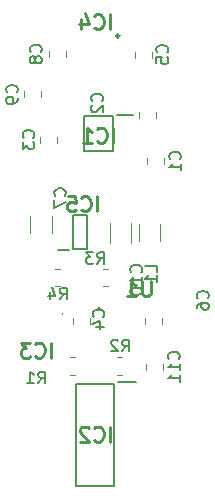
<source format=gbr>
%TF.GenerationSoftware,KiCad,Pcbnew,(6.0.2)*%
%TF.CreationDate,2022-03-28T00:54:11-04:00*%
%TF.ProjectId,Altimeter,416c7469-6d65-4746-9572-2e6b69636164,rev?*%
%TF.SameCoordinates,Original*%
%TF.FileFunction,Legend,Bot*%
%TF.FilePolarity,Positive*%
%FSLAX46Y46*%
G04 Gerber Fmt 4.6, Leading zero omitted, Abs format (unit mm)*
G04 Created by KiCad (PCBNEW (6.0.2)) date 2022-03-28 00:54:11*
%MOMM*%
%LPD*%
G01*
G04 APERTURE LIST*
%ADD10C,0.150000*%
%ADD11C,0.254000*%
%ADD12C,0.120000*%
%ADD13C,0.250000*%
%ADD14C,0.100000*%
%ADD15C,0.200000*%
G04 APERTURE END LIST*
D10*
%TO.C,C1*%
X46137142Y-42570833D02*
X46184761Y-42523214D01*
X46232380Y-42380357D01*
X46232380Y-42285119D01*
X46184761Y-42142261D01*
X46089523Y-42047023D01*
X45994285Y-41999404D01*
X45803809Y-41951785D01*
X45660952Y-41951785D01*
X45470476Y-41999404D01*
X45375238Y-42047023D01*
X45280000Y-42142261D01*
X45232380Y-42285119D01*
X45232380Y-42380357D01*
X45280000Y-42523214D01*
X45327619Y-42570833D01*
X46232380Y-43523214D02*
X46232380Y-42951785D01*
X46232380Y-43237500D02*
X45232380Y-43237500D01*
X45375238Y-43142261D01*
X45470476Y-43047023D01*
X45518095Y-42951785D01*
D11*
%TO.C,IC4*%
X40228761Y-31562523D02*
X40228761Y-30292523D01*
X38898285Y-31441571D02*
X38958761Y-31502047D01*
X39140190Y-31562523D01*
X39261142Y-31562523D01*
X39442571Y-31502047D01*
X39563523Y-31381095D01*
X39624000Y-31260142D01*
X39684476Y-31018238D01*
X39684476Y-30836809D01*
X39624000Y-30594904D01*
X39563523Y-30473952D01*
X39442571Y-30353000D01*
X39261142Y-30292523D01*
X39140190Y-30292523D01*
X38958761Y-30353000D01*
X38898285Y-30413476D01*
X37809714Y-30715857D02*
X37809714Y-31562523D01*
X38112095Y-30232047D02*
X38414476Y-31139190D01*
X37628285Y-31139190D01*
D10*
%TO.C,C4*%
X39657142Y-55933333D02*
X39704761Y-55885714D01*
X39752380Y-55742857D01*
X39752380Y-55647619D01*
X39704761Y-55504761D01*
X39609523Y-55409523D01*
X39514285Y-55361904D01*
X39323809Y-55314285D01*
X39180952Y-55314285D01*
X38990476Y-55361904D01*
X38895238Y-55409523D01*
X38800000Y-55504761D01*
X38752380Y-55647619D01*
X38752380Y-55742857D01*
X38800000Y-55885714D01*
X38847619Y-55933333D01*
X39085714Y-56790476D02*
X39752380Y-56790476D01*
X38704761Y-56552380D02*
X39419047Y-56314285D01*
X39419047Y-56933333D01*
%TO.C,C5*%
X45057142Y-33533333D02*
X45104761Y-33485714D01*
X45152380Y-33342857D01*
X45152380Y-33247619D01*
X45104761Y-33104761D01*
X45009523Y-33009523D01*
X44914285Y-32961904D01*
X44723809Y-32914285D01*
X44580952Y-32914285D01*
X44390476Y-32961904D01*
X44295238Y-33009523D01*
X44200000Y-33104761D01*
X44152380Y-33247619D01*
X44152380Y-33342857D01*
X44200000Y-33485714D01*
X44247619Y-33533333D01*
X44152380Y-34438095D02*
X44152380Y-33961904D01*
X44628571Y-33914285D01*
X44580952Y-33961904D01*
X44533333Y-34057142D01*
X44533333Y-34295238D01*
X44580952Y-34390476D01*
X44628571Y-34438095D01*
X44723809Y-34485714D01*
X44961904Y-34485714D01*
X45057142Y-34438095D01*
X45104761Y-34390476D01*
X45152380Y-34295238D01*
X45152380Y-34057142D01*
X45104761Y-33961904D01*
X45057142Y-33914285D01*
D11*
%TO.C,IC3*%
X35239761Y-59374523D02*
X35239761Y-58104523D01*
X33909285Y-59253571D02*
X33969761Y-59314047D01*
X34151190Y-59374523D01*
X34272142Y-59374523D01*
X34453571Y-59314047D01*
X34574523Y-59193095D01*
X34635000Y-59072142D01*
X34695476Y-58830238D01*
X34695476Y-58648809D01*
X34635000Y-58406904D01*
X34574523Y-58285952D01*
X34453571Y-58165000D01*
X34272142Y-58104523D01*
X34151190Y-58104523D01*
X33969761Y-58165000D01*
X33909285Y-58225476D01*
X33485952Y-58104523D02*
X32699761Y-58104523D01*
X33123095Y-58588333D01*
X32941666Y-58588333D01*
X32820714Y-58648809D01*
X32760238Y-58709285D01*
X32699761Y-58830238D01*
X32699761Y-59132619D01*
X32760238Y-59253571D01*
X32820714Y-59314047D01*
X32941666Y-59374523D01*
X33304523Y-59374523D01*
X33425476Y-59314047D01*
X33485952Y-59253571D01*
%TO.C,IC1*%
X40482761Y-41174523D02*
X40482761Y-39904523D01*
X39152285Y-41053571D02*
X39212761Y-41114047D01*
X39394190Y-41174523D01*
X39515142Y-41174523D01*
X39696571Y-41114047D01*
X39817523Y-40993095D01*
X39878000Y-40872142D01*
X39938476Y-40630238D01*
X39938476Y-40448809D01*
X39878000Y-40206904D01*
X39817523Y-40085952D01*
X39696571Y-39965000D01*
X39515142Y-39904523D01*
X39394190Y-39904523D01*
X39212761Y-39965000D01*
X39152285Y-40025476D01*
X37942761Y-41174523D02*
X38668476Y-41174523D01*
X38305619Y-41174523D02*
X38305619Y-39904523D01*
X38426571Y-40085952D01*
X38547523Y-40206904D01*
X38668476Y-40267380D01*
D10*
%TO.C,C10*%
X42857142Y-52135142D02*
X42904761Y-52087523D01*
X42952380Y-51944666D01*
X42952380Y-51849428D01*
X42904761Y-51706571D01*
X42809523Y-51611333D01*
X42714285Y-51563714D01*
X42523809Y-51516095D01*
X42380952Y-51516095D01*
X42190476Y-51563714D01*
X42095238Y-51611333D01*
X42000000Y-51706571D01*
X41952380Y-51849428D01*
X41952380Y-51944666D01*
X42000000Y-52087523D01*
X42047619Y-52135142D01*
X42952380Y-53087523D02*
X42952380Y-52516095D01*
X42952380Y-52801809D02*
X41952380Y-52801809D01*
X42095238Y-52706571D01*
X42190476Y-52611333D01*
X42238095Y-52516095D01*
X41952380Y-53706571D02*
X41952380Y-53801809D01*
X42000000Y-53897047D01*
X42047619Y-53944666D01*
X42142857Y-53992285D01*
X42333333Y-54039904D01*
X42571428Y-54039904D01*
X42761904Y-53992285D01*
X42857142Y-53944666D01*
X42904761Y-53897047D01*
X42952380Y-53801809D01*
X42952380Y-53706571D01*
X42904761Y-53611333D01*
X42857142Y-53563714D01*
X42761904Y-53516095D01*
X42571428Y-53468476D01*
X42333333Y-53468476D01*
X42142857Y-53516095D01*
X42047619Y-53563714D01*
X42000000Y-53611333D01*
X41952380Y-53706571D01*
%TO.C,C11*%
X46037142Y-59494642D02*
X46084761Y-59447023D01*
X46132380Y-59304166D01*
X46132380Y-59208928D01*
X46084761Y-59066071D01*
X45989523Y-58970833D01*
X45894285Y-58923214D01*
X45703809Y-58875595D01*
X45560952Y-58875595D01*
X45370476Y-58923214D01*
X45275238Y-58970833D01*
X45180000Y-59066071D01*
X45132380Y-59208928D01*
X45132380Y-59304166D01*
X45180000Y-59447023D01*
X45227619Y-59494642D01*
X46132380Y-60447023D02*
X46132380Y-59875595D01*
X46132380Y-60161309D02*
X45132380Y-60161309D01*
X45275238Y-60066071D01*
X45370476Y-59970833D01*
X45418095Y-59875595D01*
X46132380Y-61399404D02*
X46132380Y-60827976D01*
X46132380Y-61113690D02*
X45132380Y-61113690D01*
X45275238Y-61018452D01*
X45370476Y-60923214D01*
X45418095Y-60827976D01*
%TO.C,C2*%
X39557142Y-37633333D02*
X39604761Y-37585714D01*
X39652380Y-37442857D01*
X39652380Y-37347619D01*
X39604761Y-37204761D01*
X39509523Y-37109523D01*
X39414285Y-37061904D01*
X39223809Y-37014285D01*
X39080952Y-37014285D01*
X38890476Y-37061904D01*
X38795238Y-37109523D01*
X38700000Y-37204761D01*
X38652380Y-37347619D01*
X38652380Y-37442857D01*
X38700000Y-37585714D01*
X38747619Y-37633333D01*
X38747619Y-38014285D02*
X38700000Y-38061904D01*
X38652380Y-38157142D01*
X38652380Y-38395238D01*
X38700000Y-38490476D01*
X38747619Y-38538095D01*
X38842857Y-38585714D01*
X38938095Y-38585714D01*
X39080952Y-38538095D01*
X39652380Y-37966666D01*
X39652380Y-38585714D01*
%TO.C,R1*%
X34166666Y-61552380D02*
X34500000Y-61076190D01*
X34738095Y-61552380D02*
X34738095Y-60552380D01*
X34357142Y-60552380D01*
X34261904Y-60600000D01*
X34214285Y-60647619D01*
X34166666Y-60742857D01*
X34166666Y-60885714D01*
X34214285Y-60980952D01*
X34261904Y-61028571D01*
X34357142Y-61076190D01*
X34738095Y-61076190D01*
X33214285Y-61552380D02*
X33785714Y-61552380D01*
X33500000Y-61552380D02*
X33500000Y-60552380D01*
X33595238Y-60695238D01*
X33690476Y-60790476D01*
X33785714Y-60838095D01*
%TO.C,C7*%
X36394142Y-45665333D02*
X36441761Y-45617714D01*
X36489380Y-45474857D01*
X36489380Y-45379619D01*
X36441761Y-45236761D01*
X36346523Y-45141523D01*
X36251285Y-45093904D01*
X36060809Y-45046285D01*
X35917952Y-45046285D01*
X35727476Y-45093904D01*
X35632238Y-45141523D01*
X35537000Y-45236761D01*
X35489380Y-45379619D01*
X35489380Y-45474857D01*
X35537000Y-45617714D01*
X35584619Y-45665333D01*
X35489380Y-45998666D02*
X35489380Y-46665333D01*
X36489380Y-46236761D01*
%TO.C,L1*%
X44231380Y-52111333D02*
X44231380Y-51635142D01*
X43231380Y-51635142D01*
X44231380Y-52968476D02*
X44231380Y-52397047D01*
X44231380Y-52682761D02*
X43231380Y-52682761D01*
X43374238Y-52587523D01*
X43469476Y-52492285D01*
X43517095Y-52397047D01*
D11*
%TO.C,U1*%
X43667619Y-52904523D02*
X43667619Y-53932619D01*
X43607142Y-54053571D01*
X43546666Y-54114047D01*
X43425714Y-54174523D01*
X43183809Y-54174523D01*
X43062857Y-54114047D01*
X43002380Y-54053571D01*
X42941904Y-53932619D01*
X42941904Y-52904523D01*
X41671904Y-54174523D02*
X42397619Y-54174523D01*
X42034761Y-54174523D02*
X42034761Y-52904523D01*
X42155714Y-53085952D01*
X42276666Y-53206904D01*
X42397619Y-53267380D01*
D10*
%TO.C,R2*%
X41266666Y-58852380D02*
X41600000Y-58376190D01*
X41838095Y-58852380D02*
X41838095Y-57852380D01*
X41457142Y-57852380D01*
X41361904Y-57900000D01*
X41314285Y-57947619D01*
X41266666Y-58042857D01*
X41266666Y-58185714D01*
X41314285Y-58280952D01*
X41361904Y-58328571D01*
X41457142Y-58376190D01*
X41838095Y-58376190D01*
X40885714Y-57947619D02*
X40838095Y-57900000D01*
X40742857Y-57852380D01*
X40504761Y-57852380D01*
X40409523Y-57900000D01*
X40361904Y-57947619D01*
X40314285Y-58042857D01*
X40314285Y-58138095D01*
X40361904Y-58280952D01*
X40933333Y-58852380D01*
X40314285Y-58852380D01*
%TO.C,C6*%
X48495142Y-54353333D02*
X48542761Y-54305714D01*
X48590380Y-54162857D01*
X48590380Y-54067619D01*
X48542761Y-53924761D01*
X48447523Y-53829523D01*
X48352285Y-53781904D01*
X48161809Y-53734285D01*
X48018952Y-53734285D01*
X47828476Y-53781904D01*
X47733238Y-53829523D01*
X47638000Y-53924761D01*
X47590380Y-54067619D01*
X47590380Y-54162857D01*
X47638000Y-54305714D01*
X47685619Y-54353333D01*
X47590380Y-55210476D02*
X47590380Y-55020000D01*
X47638000Y-54924761D01*
X47685619Y-54877142D01*
X47828476Y-54781904D01*
X48018952Y-54734285D01*
X48399904Y-54734285D01*
X48495142Y-54781904D01*
X48542761Y-54829523D01*
X48590380Y-54924761D01*
X48590380Y-55115238D01*
X48542761Y-55210476D01*
X48495142Y-55258095D01*
X48399904Y-55305714D01*
X48161809Y-55305714D01*
X48066571Y-55258095D01*
X48018952Y-55210476D01*
X47971333Y-55115238D01*
X47971333Y-54924761D01*
X48018952Y-54829523D01*
X48066571Y-54781904D01*
X48161809Y-54734285D01*
D11*
%TO.C,IC2*%
X40228761Y-66487523D02*
X40228761Y-65217523D01*
X38898285Y-66366571D02*
X38958761Y-66427047D01*
X39140190Y-66487523D01*
X39261142Y-66487523D01*
X39442571Y-66427047D01*
X39563523Y-66306095D01*
X39624000Y-66185142D01*
X39684476Y-65943238D01*
X39684476Y-65761809D01*
X39624000Y-65519904D01*
X39563523Y-65398952D01*
X39442571Y-65278000D01*
X39261142Y-65217523D01*
X39140190Y-65217523D01*
X38958761Y-65278000D01*
X38898285Y-65338476D01*
X38414476Y-65338476D02*
X38354000Y-65278000D01*
X38233047Y-65217523D01*
X37930666Y-65217523D01*
X37809714Y-65278000D01*
X37749238Y-65338476D01*
X37688761Y-65459428D01*
X37688761Y-65580380D01*
X37749238Y-65761809D01*
X38474952Y-66487523D01*
X37688761Y-66487523D01*
D10*
%TO.C,C8*%
X34357142Y-33488333D02*
X34404761Y-33440714D01*
X34452380Y-33297857D01*
X34452380Y-33202619D01*
X34404761Y-33059761D01*
X34309523Y-32964523D01*
X34214285Y-32916904D01*
X34023809Y-32869285D01*
X33880952Y-32869285D01*
X33690476Y-32916904D01*
X33595238Y-32964523D01*
X33500000Y-33059761D01*
X33452380Y-33202619D01*
X33452380Y-33297857D01*
X33500000Y-33440714D01*
X33547619Y-33488333D01*
X33880952Y-34059761D02*
X33833333Y-33964523D01*
X33785714Y-33916904D01*
X33690476Y-33869285D01*
X33642857Y-33869285D01*
X33547619Y-33916904D01*
X33500000Y-33964523D01*
X33452380Y-34059761D01*
X33452380Y-34250238D01*
X33500000Y-34345476D01*
X33547619Y-34393095D01*
X33642857Y-34440714D01*
X33690476Y-34440714D01*
X33785714Y-34393095D01*
X33833333Y-34345476D01*
X33880952Y-34250238D01*
X33880952Y-34059761D01*
X33928571Y-33964523D01*
X33976190Y-33916904D01*
X34071428Y-33869285D01*
X34261904Y-33869285D01*
X34357142Y-33916904D01*
X34404761Y-33964523D01*
X34452380Y-34059761D01*
X34452380Y-34250238D01*
X34404761Y-34345476D01*
X34357142Y-34393095D01*
X34261904Y-34440714D01*
X34071428Y-34440714D01*
X33976190Y-34393095D01*
X33928571Y-34345476D01*
X33880952Y-34250238D01*
%TO.C,R3*%
X39166666Y-51452380D02*
X39500000Y-50976190D01*
X39738095Y-51452380D02*
X39738095Y-50452380D01*
X39357142Y-50452380D01*
X39261904Y-50500000D01*
X39214285Y-50547619D01*
X39166666Y-50642857D01*
X39166666Y-50785714D01*
X39214285Y-50880952D01*
X39261904Y-50928571D01*
X39357142Y-50976190D01*
X39738095Y-50976190D01*
X38833333Y-50452380D02*
X38214285Y-50452380D01*
X38547619Y-50833333D01*
X38404761Y-50833333D01*
X38309523Y-50880952D01*
X38261904Y-50928571D01*
X38214285Y-51023809D01*
X38214285Y-51261904D01*
X38261904Y-51357142D01*
X38309523Y-51404761D01*
X38404761Y-51452380D01*
X38690476Y-51452380D01*
X38785714Y-51404761D01*
X38833333Y-51357142D01*
D11*
%TO.C,IC5*%
X39139761Y-46974523D02*
X39139761Y-45704523D01*
X37809285Y-46853571D02*
X37869761Y-46914047D01*
X38051190Y-46974523D01*
X38172142Y-46974523D01*
X38353571Y-46914047D01*
X38474523Y-46793095D01*
X38535000Y-46672142D01*
X38595476Y-46430238D01*
X38595476Y-46248809D01*
X38535000Y-46006904D01*
X38474523Y-45885952D01*
X38353571Y-45765000D01*
X38172142Y-45704523D01*
X38051190Y-45704523D01*
X37869761Y-45765000D01*
X37809285Y-45825476D01*
X36660238Y-45704523D02*
X37265000Y-45704523D01*
X37325476Y-46309285D01*
X37265000Y-46248809D01*
X37144047Y-46188333D01*
X36841666Y-46188333D01*
X36720714Y-46248809D01*
X36660238Y-46309285D01*
X36599761Y-46430238D01*
X36599761Y-46732619D01*
X36660238Y-46853571D01*
X36720714Y-46914047D01*
X36841666Y-46974523D01*
X37144047Y-46974523D01*
X37265000Y-46914047D01*
X37325476Y-46853571D01*
D10*
%TO.C,C3*%
X33729142Y-40748833D02*
X33776761Y-40701214D01*
X33824380Y-40558357D01*
X33824380Y-40463119D01*
X33776761Y-40320261D01*
X33681523Y-40225023D01*
X33586285Y-40177404D01*
X33395809Y-40129785D01*
X33252952Y-40129785D01*
X33062476Y-40177404D01*
X32967238Y-40225023D01*
X32872000Y-40320261D01*
X32824380Y-40463119D01*
X32824380Y-40558357D01*
X32872000Y-40701214D01*
X32919619Y-40748833D01*
X32824380Y-41082166D02*
X32824380Y-41701214D01*
X33205333Y-41367880D01*
X33205333Y-41510738D01*
X33252952Y-41605976D01*
X33300571Y-41653595D01*
X33395809Y-41701214D01*
X33633904Y-41701214D01*
X33729142Y-41653595D01*
X33776761Y-41605976D01*
X33824380Y-41510738D01*
X33824380Y-41225023D01*
X33776761Y-41129785D01*
X33729142Y-41082166D01*
%TO.C,C9*%
X32332142Y-36917333D02*
X32379761Y-36869714D01*
X32427380Y-36726857D01*
X32427380Y-36631619D01*
X32379761Y-36488761D01*
X32284523Y-36393523D01*
X32189285Y-36345904D01*
X31998809Y-36298285D01*
X31855952Y-36298285D01*
X31665476Y-36345904D01*
X31570238Y-36393523D01*
X31475000Y-36488761D01*
X31427380Y-36631619D01*
X31427380Y-36726857D01*
X31475000Y-36869714D01*
X31522619Y-36917333D01*
X32427380Y-37393523D02*
X32427380Y-37584000D01*
X32379761Y-37679238D01*
X32332142Y-37726857D01*
X32189285Y-37822095D01*
X31998809Y-37869714D01*
X31617857Y-37869714D01*
X31522619Y-37822095D01*
X31475000Y-37774476D01*
X31427380Y-37679238D01*
X31427380Y-37488761D01*
X31475000Y-37393523D01*
X31522619Y-37345904D01*
X31617857Y-37298285D01*
X31855952Y-37298285D01*
X31951190Y-37345904D01*
X31998809Y-37393523D01*
X32046428Y-37488761D01*
X32046428Y-37679238D01*
X31998809Y-37774476D01*
X31951190Y-37822095D01*
X31855952Y-37869714D01*
%TO.C,R4*%
X35980666Y-54452380D02*
X36314000Y-53976190D01*
X36552095Y-54452380D02*
X36552095Y-53452380D01*
X36171142Y-53452380D01*
X36075904Y-53500000D01*
X36028285Y-53547619D01*
X35980666Y-53642857D01*
X35980666Y-53785714D01*
X36028285Y-53880952D01*
X36075904Y-53928571D01*
X36171142Y-53976190D01*
X36552095Y-53976190D01*
X35123523Y-53785714D02*
X35123523Y-54452380D01*
X35361619Y-53404761D02*
X35599714Y-54119047D01*
X34980666Y-54119047D01*
D12*
%TO.C,C1*%
X44835000Y-42998752D02*
X44835000Y-42476248D01*
X43365000Y-42998752D02*
X43365000Y-42476248D01*
D13*
%TO.C,IC4*%
X41014000Y-32132000D02*
G75*
G03*
X41014000Y-32132000I-125000J0D01*
G01*
D12*
%TO.C,C4*%
X37111000Y-55999748D02*
X37111000Y-56522252D01*
X38581000Y-55999748D02*
X38581000Y-56522252D01*
%TO.C,C5*%
X43788000Y-33520748D02*
X43788000Y-34043252D01*
X42318000Y-33520748D02*
X42318000Y-34043252D01*
D14*
%TO.C,IC3*%
X36198000Y-55588000D02*
X36198000Y-55588000D01*
X36198000Y-55688000D02*
X36198000Y-55688000D01*
X36198000Y-55688000D02*
G75*
G03*
X36198000Y-55588000I0J50000D01*
G01*
X36198000Y-55588000D02*
G75*
G03*
X36198000Y-55688000I0J-50000D01*
G01*
D15*
%TO.C,IC1*%
X37993000Y-41886000D02*
X40493000Y-41886000D01*
X40493000Y-41886000D02*
X40493000Y-38886000D01*
X37993000Y-38886000D02*
X37993000Y-41886000D01*
X42143000Y-38836000D02*
X40843000Y-38836000D01*
X40493000Y-38886000D02*
X37993000Y-38886000D01*
D12*
%TO.C,C10*%
X42651000Y-48088748D02*
X42651000Y-49511252D01*
X44471000Y-48088748D02*
X44471000Y-49511252D01*
%TO.C,C11*%
X43265000Y-60398752D02*
X43265000Y-59876248D01*
X44735000Y-60398752D02*
X44735000Y-59876248D01*
%TO.C,C2*%
X44169000Y-38600748D02*
X44169000Y-39123252D01*
X42699000Y-38600748D02*
X42699000Y-39123252D01*
%TO.C,R1*%
X36856936Y-59336000D02*
X37311064Y-59336000D01*
X36856936Y-60806000D02*
X37311064Y-60806000D01*
%TO.C,C7*%
X33490000Y-48811252D02*
X33490000Y-47388748D01*
X35310000Y-48811252D02*
X35310000Y-47388748D01*
%TO.C,L1*%
X42010000Y-49635242D02*
X42010000Y-47964758D01*
X40190000Y-49635242D02*
X40190000Y-47964758D01*
D15*
%TO.C,U1*%
X39348000Y-55159000D02*
X39348000Y-55159000D01*
X39348000Y-55159000D02*
X39348000Y-55159000D01*
X39248000Y-55159000D02*
X39248000Y-55159000D01*
X39348000Y-55159000D02*
G75*
G03*
X39248000Y-55159000I-50000J0D01*
G01*
X39248000Y-55159000D02*
G75*
G03*
X39348000Y-55159000I50000J0D01*
G01*
X39248000Y-55159000D02*
G75*
G03*
X39348000Y-55159000I50000J0D01*
G01*
D12*
%TO.C,R2*%
X40793936Y-59336000D02*
X41248064Y-59336000D01*
X40793936Y-60806000D02*
X41248064Y-60806000D01*
%TO.C,C6*%
X43207000Y-55999748D02*
X43207000Y-56522252D01*
X44677000Y-55999748D02*
X44677000Y-56522252D01*
D15*
%TO.C,IC2*%
X40589000Y-70238000D02*
X40589000Y-61588000D01*
X42439000Y-61428000D02*
X40939000Y-61428000D01*
X37389000Y-61588000D02*
X37389000Y-70238000D01*
X37389000Y-70238000D02*
X40589000Y-70238000D01*
X40589000Y-61588000D02*
X37389000Y-61588000D01*
D12*
%TO.C,C8*%
X36549000Y-33916252D02*
X36549000Y-33393748D01*
X35079000Y-33916252D02*
X35079000Y-33393748D01*
%TO.C,R3*%
X40105064Y-51843000D02*
X39650936Y-51843000D01*
X40105064Y-53313000D02*
X39650936Y-53313000D01*
D15*
%TO.C,IC5*%
X37119000Y-50218000D02*
X38319000Y-50218000D01*
X38319000Y-50218000D02*
X38319000Y-47318000D01*
X35869000Y-50268000D02*
X36769000Y-50268000D01*
X37119000Y-47318000D02*
X37119000Y-50218000D01*
X38319000Y-47318000D02*
X37119000Y-47318000D01*
D12*
%TO.C,C3*%
X34317000Y-40654248D02*
X34317000Y-41176752D01*
X35787000Y-40654248D02*
X35787000Y-41176752D01*
%TO.C,C9*%
X32920000Y-36822748D02*
X32920000Y-37345252D01*
X34390000Y-36822748D02*
X34390000Y-37345252D01*
%TO.C,R4*%
X35586936Y-53313000D02*
X36041064Y-53313000D01*
X35586936Y-51843000D02*
X36041064Y-51843000D01*
%TD*%
M02*

</source>
